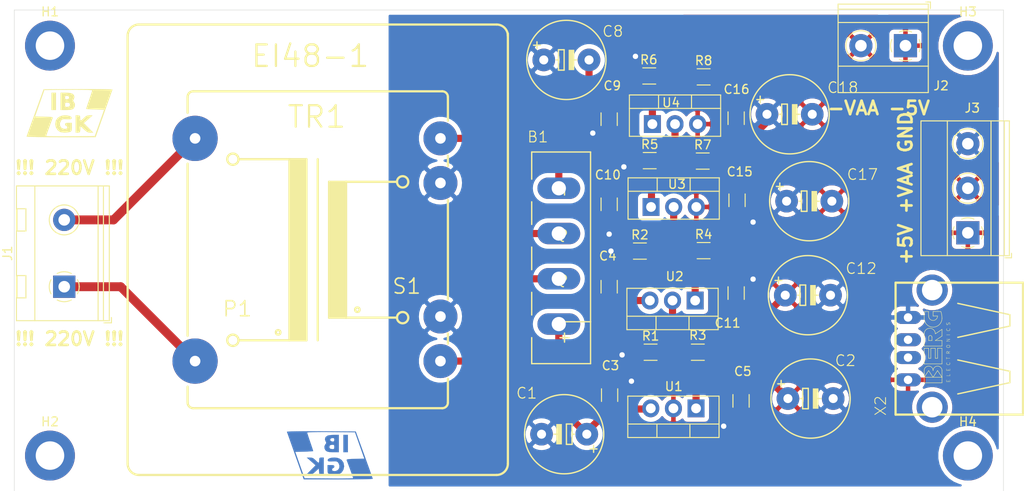
<source format=kicad_pcb>
(kicad_pcb (version 20171130) (host pcbnew 5.1.12-84ad8e8a86~92~ubuntu18.04.1)
  (layers (0 F.Cu signal) (31 B.Cu signal) (34 B.Paste user hide) (35 F.Paste user hide) (36 B.SilkS user hide) (37 F.SilkS user) (38 B.Mask user hide) (39 F.Mask user hide) (44 Edge.Cuts user hide))
  (net 0 "")
  (net 1 GND)
  (net 2 "Net-(B1-PadAC2)")
  (net 3 "Net-(B1-PadAC1)")
  (net 4 +5V)
  (net 5 /AC2)
  (net 6 /AC1)
  (net 7 "Net-(X2-Pad3)")
  (net 8 "Net-(X2-Pad2)")
  (net 9 /VIN+)
  (net 10 /VIN-)
  (net 11 "Net-(R1-Pad2)")
  (net 12 "Net-(R2-Pad2)")
  (net 13 VDC)
  (net 14 -5V)
  (net 15 -VDC)
  (net 16 "Net-(R5-Pad2)")
  (net 17 "Net-(R6-Pad2)")
  (module analog_supply_V1.0:E5-8,5 (layer F.Cu) (at 142 87.7)
    (fp_text reference C18 (at 4.1402 -2.286 -180) (layer F.SilkS) (effects (font (size 1.2065 1.2065) (thickness 0.12065)) (justify left bottom)))
    (fp_text value "RAD LXZ 16/1K0")
    (pad - thru_hole circle (at 2.54 0) (size 2.54 2.54) (drill 1.016) (layers *.Cu *.Mask) (net 15 -VDC))
    (pad + thru_hole circle (at -2.54 0) (size 2.54 2.54) (drill 1.016) (layers *.Cu *.Mask) (net 1 GND))
  )
  (module analog_supply_V1.0:E5-8,5 (layer F.Cu) (at 144.2 97.45)
    (fp_text reference C17 (at 4.1402 -2.286 -180) (layer F.SilkS) (effects (font (size 1.2065 1.2065) (thickness 0.12065)) (justify left bottom)))
    (fp_text value "RAD LXZ 16/1K0")
    (pad - thru_hole circle (at 2.54 0) (size 2.54 2.54) (drill 1.016) (layers *.Cu *.Mask) (net 14 -5V))
    (pad + thru_hole circle (at -2.54 0) (size 2.54 2.54) (drill 1.016) (layers *.Cu *.Mask) (net 1 GND))
  )
  (module analog_supply_V1.0:E5-8,5 (layer F.Cu) (at 144.05 108)
    (fp_text reference C12 (at 4.1402 -2.286 -180) (layer F.SilkS) (effects (font (size 1.2065 1.2065) (thickness 0.12065)) (justify left bottom)))
    (fp_text value "RAD LXZ 16/1K0")
    (pad - thru_hole circle (at 2.54 0) (size 2.54 2.54) (drill 1.016) (layers *.Cu *.Mask) (net 1 GND))
    (pad + thru_hole circle (at -2.54 0) (size 2.54 2.54) (drill 1.016) (layers *.Cu *.Mask) (net 13 VDC))
  )
  (module analog_supply_V1.0:EI48-1 (layer F.Cu) (at 89.05 102.9)
    (fp_text reference TR1 (at -3.55 -13.5) (layer F.SilkS) (effects (font (size 2.413 2.413) (thickness 0.2413)) (justify left bottom)))
    (fp_text value EI48-2)
    (fp_text user EI48-1 (at -7.62 -20.32) (layer F.SilkS) (effects (font (size 2.413 2.413) (thickness 0.254)) (justify left bottom)))
    (fp_text user S1 (at 8.255 5.08) (layer F.SilkS) (effects (font (size 1.6891 1.6891) (thickness 0.1778)) (justify left bottom)))
    (fp_text user P1 (at -10.795 7.62) (layer F.SilkS) (effects (font (size 1.6891 1.6891) (thickness 0.1778)) (justify left bottom)))
    (pad 12 thru_hole circle (at 13.7668 -12.4968) (size 3.81 3.81) (drill 1.1938) (layers *.Cu *.Mask) (net 2 "Net-(B1-PadAC2)"))
    (pad 11 thru_hole circle (at 13.7668 -7.493) (size 3.81 3.81) (drill 1.1938) (layers *.Cu *.Mask) (net 1 GND))
    (pad 8 thru_hole circle (at 13.7668 7.493) (size 3.81 3.81) (drill 1.1938) (layers *.Cu *.Mask) (net 1 GND))
    (pad 7 thru_hole circle (at 13.7668 12.4968) (size 3.81 3.81) (drill 1.1938) (layers *.Cu *.Mask) (net 3 "Net-(B1-PadAC1)"))
    (pad 6 thru_hole circle (at -13.7668 12.4968) (size 5.08 5.08) (drill 1.1938) (layers *.Cu *.Mask) (net 5 /AC2))
    (pad 1 thru_hole circle (at -13.7668 -12.4968) (size 5.08 5.08) (drill 1.1938) (layers *.Cu *.Mask) (net 6 /AC1))
  )
  (module MountingHole:MountingHole_3.2mm_M3_DIN965_Pad (layer F.Cu) (at 162 126)
    (fp_text reference H4 (at 0 -3.8) (layer F.SilkS))
    (fp_text value MountingHole)
    (pad 1 thru_hole circle (at 0 0) (size 5.6 5.6) (drill 3.2) (layers *.Cu *.Mask))
  )
  (module MountingHole:MountingHole_3.2mm_M3_DIN965_Pad (layer F.Cu) (at 162 80)
    (fp_text reference H3 (at 0 -3.8) (layer F.SilkS))
    (fp_text value MountingHole)
    (pad 1 thru_hole circle (at 0 0) (size 5.6 5.6) (drill 3.2) (layers *.Cu *.Mask))
  )
  (module MountingHole:MountingHole_3.2mm_M3_DIN965_Pad (layer F.Cu) (at 59 126)
    (fp_text reference H2 (at 0 -3.8) (layer F.SilkS))
    (fp_text value MountingHole)
    (pad 1 thru_hole circle (at 0 0) (size 5.6 5.6) (drill 3.2) (layers *.Cu *.Mask))
  )
  (module MountingHole:MountingHole_3.2mm_M3_DIN965_Pad (layer F.Cu) (at 59 80)
    (fp_text reference H1 (at 0 -3.8) (layer F.SilkS))
    (fp_text value MountingHole)
    (pad 1 thru_hole circle (at 0 0) (size 5.6 5.6) (drill 3.2) (layers *.Cu *.Mask))
  )
  (module analog_supply_V1.0:PN87520 (layer F.Cu) (at 158 114 90)
    (fp_text reference X2 (at -7.62 -5.08 90) (layer F.SilkS) (effects (font (size 1.2065 1.2065) (thickness 0.09652)) (justify left bottom)))
    (fp_text value PN87520)
    (fp_text user "E L E C T R O N I C S" (at -3.81 2.04 90) (layer F.SilkS) (effects (font (size 0.38608 0.38608) (thickness 0.032512)) (justify left bottom)))
    (pad "" thru_hole circle (at 6.57 0 90) (size 3.5 3.5) (drill 2.3) (layers *.Cu *.Mask))
    (pad "" thru_hole circle (at -6.57 0 90) (size 3.5 3.5) (drill 2.3) (layers *.Cu *.Mask))
    (pad 4 thru_hole oval (at 3.5 -2.71 180) (size 2.916 1.458) (drill 0.95) (layers *.Cu *.Mask) (net 1 GND))
    (pad 1 thru_hole oval (at -3.5 -2.71 180) (size 2.916 1.458) (drill 0.95) (layers *.Cu *.Mask) (net 4 +5V))
    (pad 3 thru_hole oval (at 1 -2.71 180) (size 2.916 1.458) (drill 0.95) (layers *.Cu *.Mask) (net 7 "Net-(X2-Pad3)"))
    (pad 2 thru_hole oval (at -1 -2.71 180) (size 2.916 1.458) (drill 0.95) (layers *.Cu *.Mask) (net 8 "Net-(X2-Pad2)"))
  )
  (module ib_gk-lib:iblogo_Cu (layer B.Cu) (at 90.4 126.3 180)
    (fp_text reference G3 hide)
    (fp_text value LOGO hide)
    (fp_poly (pts (xy 2.514317 3.030525) (xy 3.182137 3.027298) (xy 3.756888 3.021258) (xy 4.222693 3.012616) (xy 4.563672 3.001584) (xy 4.763947 2.988375) (xy 4.812175 2.976345) (xy 4.778057 2.881535) (xy 4.694398 2.646351) (xy 4.568034 2.29009) (xy 4.4058 1.83205) (xy 4.214534 1.291529) (xy 4.001071 0.687825) (xy 3.852333 0.266929) (xy 2.921 -2.369115) (xy -0.9525 -2.369891) (xy -1.743928 -2.368708) (xy -2.48079 -2.365013) (xy -3.146358 -2.359078) (xy -3.723901 -2.351174) (xy -4.19669 -2.341573) (xy -4.547995 -2.330545) (xy -4.761087 -2.318362) (xy -4.821046 -2.307167) (xy -4.79201 -2.215049) (xy -4.711897 -1.982949) (xy -4.587515 -1.630017) (xy -4.425672 -1.175401) (xy -4.233176 -0.638254) (xy -4.018496 -0.042334) (xy -3.875361 -0.042334) (xy -2.86098 -0.066171) (xy -2.432647 -0.078302) (xy -2.147731 -0.093844) (xy -1.980321 -0.11738) (xy -1.904504 -0.153492) (xy -1.89437 -0.206763) (xy -1.903524 -0.235504) (xy -2.004741 -0.500113) (xy -2.128272 -0.831685) (xy -2.261046 -1.193993) (xy -2.389992 -1.550806) (xy -2.502039 -1.865895) (xy -2.584116 -2.103032) (xy -2.623152 -2.225988) (xy -2.624667 -2.234278) (xy -2.543336 -2.246701) (xy -2.312655 -2.256759) (xy -1.952596 -2.264219) (xy -1.483129 -2.268849) (xy -0.924224 -2.270417) (xy -0.295854 -2.268689) (xy 0.102333 -2.266006) (xy 2.829333 -2.243667) (xy 3.354056 -0.762) (xy 3.878779 0.719666) (xy 2.870723 0.743439) (xy 2.480158 0.755842) (xy 2.160065 0.772083) (xy 1.943288 0.790066) (xy 1.862674 0.80769) (xy 1.862666 0.807847) (xy 1.888714 0.898975) (xy 1.959739 1.117776) (xy 2.065061 1.431994) (xy 2.194 1.809377) (xy 2.201333 1.830652) (xy 2.331671 2.21457) (xy 2.438754 2.541259) (xy 2.511782 2.776968) (xy 2.539958 2.887946) (xy 2.54 2.889267) (xy 2.45811 2.908636) (xy 2.223489 2.924422) (xy 1.852707 2.936291) (xy 1.362335 2.943908) (xy 0.768943 2.94694) (xy 0.089102 2.945053) (xy -0.143986 2.943356) (xy -2.827971 2.921) (xy -3.875361 -0.042334) (xy -4.018496 -0.042334) (xy -4.016835 -0.037724) (xy -3.865397 0.381) (xy -2.914703 3.005666) (xy 0.96299 3.027692) (xy 1.769309 3.030727) (xy 2.514317 3.030525)) (layer B.Cu) (width 0.01))
    (fp_poly (pts (xy -0.226478 0.065273) (xy 0.028145 0.001379) (xy 0.19604 -0.102522) (xy 0.237747 -0.23308) (xy 0.196869 -0.314751) (xy 0.088771 -0.354391) (xy -0.125909 -0.360606) (xy -0.308887 -0.352611) (xy -0.604376 -0.343764) (xy -0.782531 -0.366564) (xy -0.89432 -0.434008) (xy -0.963808 -0.519617) (xy -1.085687 -0.807075) (xy -1.068462 -1.079725) (xy -0.929965 -1.298355) (xy -0.688031 -1.423753) (xy -0.545533 -1.439334) (xy -0.343316 -1.419703) (xy -0.262742 -1.343421) (xy -0.254 -1.27) (xy -0.30694 -1.132096) (xy -0.381 -1.100667) (xy -0.484429 -1.030081) (xy -0.508 -0.931334) (xy -0.483072 -0.825514) (xy -0.379559 -0.775474) (xy -0.154371 -0.762065) (xy -0.127 -0.762) (xy 0.254 -0.762) (xy 0.254 -1.229762) (xy 0.246165 -1.503276) (xy 0.209658 -1.657128) (xy 0.124975 -1.740744) (xy 0.036821 -1.780096) (xy -0.245236 -1.840083) (xy -0.594309 -1.853592) (xy -0.921547 -1.820654) (xy -1.067807 -1.779688) (xy -1.341604 -1.584502) (xy -1.532382 -1.279715) (xy -1.608442 -0.917096) (xy -1.608667 -0.896421) (xy -1.542327 -0.503205) (xy -1.338151 -0.205388) (xy -1.099732 -0.04185) (xy -0.831516 0.049535) (xy -0.526731 0.083283) (xy -0.226478 0.065273)) (layer B.Cu) (width 0.01))
    (fp_poly (pts (xy 1.101986 0.068147) (xy 1.17198 -0.015643) (xy 1.185333 -0.211667) (xy 1.202438 -0.40759) (xy 1.244494 -0.505461) (xy 1.253391 -0.508) (xy 1.347338 -0.452019) (xy 1.50989 -0.309613) (xy 1.608666 -0.211667) (xy 1.823508 -0.020151) (xy 2.022242 0.065467) (xy 2.239108 0.081624) (xy 2.582333 0.078582) (xy 1.598331 -0.78935) (xy 2.13022 -1.326008) (xy 2.662108 -1.862667) (xy 2.335355 -1.862667) (xy 2.116918 -1.838874) (xy 1.918778 -1.748337) (xy 1.683653 -1.562317) (xy 1.618134 -1.502834) (xy 1.227666 -1.143) (xy 1.201631 -1.502834) (xy 1.175343 -1.72908) (xy 1.116366 -1.833035) (xy 0.98875 -1.861711) (xy 0.926465 -1.862667) (xy 0.677333 -1.862667) (xy 0.677333 0.084666) (xy 0.931333 0.084666) (xy 1.101986 0.068147)) (layer B.Cu) (width 0.01))
    (fp_poly (pts (xy -1.524 0.677333) (xy -2.032 0.677333) (xy -2.032 2.624666) (xy -1.524 2.624666) (xy -1.524 0.677333)) (layer B.Cu) (width 0.01))
    (fp_poly (pts (xy -0.14752 2.610072) (xy 0.13375 2.572187) (xy 0.285173 2.529679) (xy 0.486531 2.359999) (xy 0.547364 2.12617) (xy 0.468781 1.897872) (xy 0.395336 1.745795) (xy 0.43974 1.631619) (xy 0.482252 1.586033) (xy 0.599066 1.362547) (xy 0.592055 1.10016) (xy 0.466611 0.869416) (xy 0.424536 0.830616) (xy 0.267105 0.742998) (xy 0.037483 0.694778) (xy -0.30807 0.677728) (xy -0.39038 0.677333) (xy -1.016 0.677333) (xy -1.016 1.27) (xy -0.508 1.27) (xy -0.493039 1.090138) (xy -0.413022 1.026517) (xy -0.232834 1.031802) (xy -0.039806 1.072636) (xy 0.03428 1.171927) (xy 0.042333 1.27) (xy 0.013443 1.421269) (xy -0.106348 1.489807) (xy -0.232834 1.508198) (xy -0.421287 1.511974) (xy -0.495435 1.442141) (xy -0.508 1.27) (xy -1.016 1.27) (xy -1.016 2.074333) (xy -0.508 2.074333) (xy -0.484395 1.915511) (xy -0.378211 1.871153) (xy -0.275167 1.878209) (xy -0.093574 1.939873) (xy -0.042334 2.074333) (xy -0.098391 2.212851) (xy -0.275167 2.270457) (xy -0.443894 2.267271) (xy -0.502987 2.17241) (xy -0.508 2.074333) (xy -1.016 2.074333) (xy -1.016 2.624666) (xy -0.469651 2.624666) (xy -0.14752 2.610072)) (layer B.Cu) (width 0.01))
  )
  (module ib_gk-lib:iblogo_Cu (layer F.Cu) (at 151.3 126.5)
    (fp_text reference G2 hide)
    (fp_text value LOGO hide)
    (fp_poly (pts (xy 2.514317 -3.030525) (xy 3.182137 -3.027298) (xy 3.756888 -3.021258) (xy 4.222693 -3.012616) (xy 4.563672 -3.001584) (xy 4.763947 -2.988375) (xy 4.812175 -2.976345) (xy 4.778057 -2.881535) (xy 4.694398 -2.646351) (xy 4.568034 -2.29009) (xy 4.4058 -1.83205) (xy 4.214534 -1.291529) (xy 4.001071 -0.687825) (xy 3.852333 -0.266929) (xy 2.921 2.369115) (xy -0.9525 2.369891) (xy -1.743928 2.368708) (xy -2.48079 2.365013) (xy -3.146358 2.359078) (xy -3.723901 2.351174) (xy -4.19669 2.341573) (xy -4.547995 2.330545) (xy -4.761087 2.318362) (xy -4.821046 2.307167) (xy -4.79201 2.215049) (xy -4.711897 1.982949) (xy -4.587515 1.630017) (xy -4.425672 1.175401) (xy -4.233176 0.638254) (xy -4.018496 0.042334) (xy -3.875361 0.042334) (xy -2.86098 0.066171) (xy -2.432647 0.078302) (xy -2.147731 0.093844) (xy -1.980321 0.11738) (xy -1.904504 0.153492) (xy -1.89437 0.206763) (xy -1.903524 0.235504) (xy -2.004741 0.500113) (xy -2.128272 0.831685) (xy -2.261046 1.193993) (xy -2.389992 1.550806) (xy -2.502039 1.865895) (xy -2.584116 2.103032) (xy -2.623152 2.225988) (xy -2.624667 2.234278) (xy -2.543336 2.246701) (xy -2.312655 2.256759) (xy -1.952596 2.264219) (xy -1.483129 2.268849) (xy -0.924224 2.270417) (xy -0.295854 2.268689) (xy 0.102333 2.266006) (xy 2.829333 2.243667) (xy 3.354056 0.762) (xy 3.878779 -0.719666) (xy 2.870723 -0.743439) (xy 2.480158 -0.755842) (xy 2.160065 -0.772083) (xy 1.943288 -0.790066) (xy 1.862674 -0.80769) (xy 1.862666 -0.807847) (xy 1.888714 -0.898975) (xy 1.959739 -1.117776) (xy 2.065061 -1.431994) (xy 2.194 -1.809377) (xy 2.201333 -1.830652) (xy 2.331671 -2.21457) (xy 2.438754 -2.541259) (xy 2.511782 -2.776968) (xy 2.539958 -2.887946) (xy 2.54 -2.889267) (xy 2.45811 -2.908636) (xy 2.223489 -2.924422) (xy 1.852707 -2.936291) (xy 1.362335 -2.943908) (xy 0.768943 -2.94694) (xy 0.089102 -2.945053) (xy -0.143986 -2.943356) (xy -2.827971 -2.921) (xy -3.875361 0.042334) (xy -4.018496 0.042334) (xy -4.016835 0.037724) (xy -3.865397 -0.381) (xy -2.914703 -3.005666) (xy 0.96299 -3.027692) (xy 1.769309 -3.030727) (xy 2.514317 -3.030525)) (layer F.Cu) (width 0.01))
    (fp_poly (pts (xy -0.226478 -0.065273) (xy 0.028145 -0.001379) (xy 0.19604 0.102522) (xy 0.237747 0.23308) (xy 0.196869 0.314751) (xy 0.088771 0.354391) (xy -0.125909 0.360606) (xy -0.308887 0.352611) (xy -0.604376 0.343764) (xy -0.782531 0.366564) (xy -0.89432 0.434008) (xy -0.963808 0.519617) (xy -1.085687 0.807075) (xy -1.068462 1.079725) (xy -0.929965 1.298355) (xy -0.688031 1.423753) (xy -0.545533 1.439334) (xy -0.343316 1.419703) (xy -0.262742 1.343421) (xy -0.254 1.27) (xy -0.30694 1.132096) (xy -0.381 1.100667) (xy -0.484429 1.030081) (xy -0.508 0.931334) (xy -0.483072 0.825514) (xy -0.379559 0.775474) (xy -0.154371 0.762065) (xy -0.127 0.762) (xy 0.254 0.762) (xy 0.254 1.229762) (xy 0.246165 1.503276) (xy 0.209658 1.657128) (xy 0.124975 1.740744) (xy 0.036821 1.780096) (xy -0.245236 1.840083) (xy -0.594309 1.853592) (xy -0.921547 1.820654) (xy -1.067807 1.779688) (xy -1.341604 1.584502) (xy -1.532382 1.279715) (xy -1.608442 0.917096) (xy -1.608667 0.896421) (xy -1.542327 0.503205) (xy -1.338151 0.205388) (xy -1.099732 0.04185) (xy -0.831516 -0.049535) (xy -0.526731 -0.083283) (xy -0.226478 -0.065273)) (layer F.Cu) (width 0.01))
    (fp_poly (pts (xy 1.101986 -0.068147) (xy 1.17198 0.015643) (xy 1.185333 0.211667) (xy 1.202438 0.40759) (xy 1.244494 0.505461) (xy 1.253391 0.508) (xy 1.347338 0.452019) (xy 1.50989 0.309613) (xy 1.608666 0.211667) (xy 1.823508 0.020151) (xy 2.022242 -0.065467) (xy 2.239108 -0.081624) (xy 2.582333 -0.078582) (xy 1.598331 0.78935) (xy 2.13022 1.326008) (xy 2.662108 1.862667) (xy 2.335355 1.862667) (xy 2.116918 1.838874) (xy 1.918778 1.748337) (xy 1.683653 1.562317) (xy 1.618134 1.502834) (xy 1.227666 1.143) (xy 1.201631 1.502834) (xy 1.175343 1.72908) (xy 1.116366 1.833035) (xy 0.98875 1.861711) (xy 0.926465 1.862667) (xy 0.677333 1.862667) (xy 0.677333 -0.084666) (xy 0.931333 -0.084666) (xy 1.101986 -0.068147)) (layer F.Cu) (width 0.01))
    (fp_poly (pts (xy -1.524 -0.677333) (xy -2.032 -0.677333) (xy -2.032 -2.624666) (xy -1.524 -2.624666) (xy -1.524 -0.677333)) (layer F.Cu) (width 0.01))
    (fp_poly (pts (xy -0.14752 -2.610072) (xy 0.13375 -2.572187) (xy 0.285173 -2.529679) (xy 0.486531 -2.359999) (xy 0.547364 -2.12617) (xy 0.468781 -1.897872) (xy 0.395336 -1.745795) (xy 0.43974 -1.631619) (xy 0.482252 -1.586033) (xy 0.599066 -1.362547) (xy 0.592055 -1.10016) (xy 0.466611 -0.869416) (xy 0.424536 -0.830616) (xy 0.267105 -0.742998) (xy 0.037483 -0.694778) (xy -0.30807 -0.677728) (xy -0.39038 -0.677333) (xy -1.016 -0.677333) (xy -1.016 -1.27) (xy -0.508 -1.27) (xy -0.493039 -1.090138) (xy -0.413022 -1.026517) (xy -0.232834 -1.031802) (xy -0.039806 -1.072636) (xy 0.03428 -1.171927) (xy 0.042333 -1.27) (xy 0.013443 -1.421269) (xy -0.106348 -1.489807) (xy -0.232834 -1.508198) (xy -0.421287 -1.511974) (xy -0.495435 -1.442141) (xy -0.508 -1.27) (xy -1.016 -1.27) (xy -1.016 -2.074333) (xy -0.508 -2.074333) (xy -0.484395 -1.915511) (xy -0.378211 -1.871153) (xy -0.275167 -1.878209) (xy -0.093574 -1.939873) (xy -0.042334 -2.074333) (xy -0.098391 -2.212851) (xy -0.275167 -2.270457) (xy -0.443894 -2.267271) (xy -0.502987 -2.17241) (xy -0.508 -2.074333) (xy -1.016 -2.074333) (xy -1.016 -2.624666) (xy -0.469651 -2.624666) (xy -0.14752 -2.610072)) (layer F.Cu) (width 0.01))
  )
  (module ib_gk-lib:iblogo (layer F.Cu) (at 61.2 87.9)
    (fp_text reference G1 hide)
    (fp_text value LOGO hide)
  )
  (module TerminalBlock_Phoenix:TerminalBlock_Phoenix_MKDS-1,5-3_1x03_P5.00mm_Horizontal (layer F.Cu) (at 162 101 90)
    (fp_text reference J3 (at 14 0.5 180) (layer F.SilkS))
    (fp_text value "AKL 101-3")
    (pad 3 thru_hole circle (at 10 0 90) (size 2.6 2.6) (drill 1.3) (layers *.Cu *.Mask) (net 1 GND))
    (pad 2 thru_hole circle (at 5 0 90) (size 2.6 2.6) (drill 1.3) (layers *.Cu *.Mask) (net 13 VDC))
    (pad 1 thru_hole rect (at 0 0 90) (size 2.6 2.6) (drill 1.3) (layers *.Cu *.Mask) (net 4 +5V))
  )
  (module analog_supply_V1.0:KBU (layer F.Cu) (at 118.64 103.62 90)
    (fp_text reference B1 (at 12.67 -3.64 180) (layer F.SilkS) (effects (font (size 1.2065 1.2065) (thickness 0.12065)) (justify right bottom)))
    (fp_text value KBU4G)
    (pad - thru_hole oval (at 7.62 -2.54 180) (size 4.8006 2.4003) (drill 1.6002) (layers *.Cu *.Mask) (net 10 /VIN-))
    (pad AC2 thru_hole oval (at 2.54 -2.54 180) (size 4.8006 2.4003) (drill 1.6002) (layers *.Cu *.Mask) (net 2 "Net-(B1-PadAC2)"))
    (pad AC1 thru_hole oval (at -2.54 -2.54 180) (size 4.8006 2.4003) (drill 1.6002) (layers *.Cu *.Mask) (net 3 "Net-(B1-PadAC1)"))
    (pad + thru_hole oval (at -7.62 -2.54 180) (size 4.8006 2.4003) (drill 1.6002) (layers *.Cu *.Mask) (net 9 /VIN+))
  )
  (module TerminalBlock_Phoenix:TerminalBlock_Phoenix_MKDS-1,5-2_1x02_P5.00mm_Horizontal (layer F.Cu) (at 155 80 180)
    (fp_text reference J2 (at -4 -4.5) (layer F.SilkS))
    (fp_text value "AKL 101-2")
    (pad 2 thru_hole circle (at 5 0 180) (size 2.6 2.6) (drill 1.3) (layers *.Cu *.Mask) (net 15 -VDC))
    (pad 1 thru_hole rect (at 0 0 180) (size 2.6 2.6) (drill 1.3) (layers *.Cu *.Mask) (net 14 -5V))
  )
  (module Capacitor_SMD:C_1206_3216Metric_Pad1.33x1.80mm_HandSolder (layer F.Cu) (at 136 88.1375 90)
    (fp_text reference C16 (at 3.2375 0.05) (layer F.SilkS))
    (fp_text value "X7R-G1206 100N")
    (pad 2 smd roundrect (at 1.5625 0 90) (size 1.325 1.8) (layers F.Cu F.Paste F.Mask) (roundrect_rratio 0.188679) (net 15 -VDC))
    (pad 1 smd roundrect (at -1.5625 0 90) (size 1.325 1.8) (layers F.Cu F.Paste F.Mask) (roundrect_rratio 0.188679) (net 1 GND))
  )
  (module Capacitor_SMD:C_1206_3216Metric_Pad1.33x1.80mm_HandSolder (layer F.Cu) (at 136.1 97.35 90)
    (fp_text reference C15 (at 3.2 0.3 180) (layer F.SilkS))
    (fp_text value "X7R-G1206 100N")
    (pad 2 smd roundrect (at 1.5625 0 90) (size 1.325 1.8) (layers F.Cu F.Paste F.Mask) (roundrect_rratio 0.188679) (net 14 -5V))
    (pad 1 smd roundrect (at -1.5625 0 90) (size 1.325 1.8) (layers F.Cu F.Paste F.Mask) (roundrect_rratio 0.188679) (net 1 GND))
  )
  (module Capacitor_SMD:C_1206_3216Metric_Pad1.33x1.80mm_HandSolder (layer F.Cu) (at 136 107.7625 90)
    (fp_text reference C11 (at -3.3625 -0.95 180) (layer F.SilkS))
    (fp_text value "X7R-G1206 100N")
    (pad 2 smd roundrect (at 1.5625 0 90) (size 1.325 1.8) (layers F.Cu F.Paste F.Mask) (roundrect_rratio 0.188679) (net 1 GND))
    (pad 1 smd roundrect (at -1.5625 0 90) (size 1.325 1.8) (layers F.Cu F.Paste F.Mask) (roundrect_rratio 0.188679) (net 13 VDC))
  )
  (module Capacitor_SMD:C_1206_3216Metric_Pad1.33x1.80mm_HandSolder (layer F.Cu) (at 121.75 97.8 90)
    (fp_text reference C10 (at 3.3 -0.15) (layer F.SilkS))
    (fp_text value "X7R-G1206 100N")
    (pad 2 smd roundrect (at 1.5625 0 90) (size 1.325 1.8) (layers F.Cu F.Paste F.Mask) (roundrect_rratio 0.188679) (net 10 /VIN-))
    (pad 1 smd roundrect (at -1.5625 0 90) (size 1.325 1.8) (layers F.Cu F.Paste F.Mask) (roundrect_rratio 0.188679) (net 1 GND))
  )
  (module Capacitor_SMD:C_1206_3216Metric_Pad1.33x1.80mm_HandSolder (layer F.Cu) (at 121.75 88.25 90)
    (fp_text reference C9 (at 3.75 0.35 180) (layer F.SilkS))
    (fp_text value "X7R-G1206 100N")
    (pad 2 smd roundrect (at 1.5625 0 90) (size 1.325 1.8) (layers F.Cu F.Paste F.Mask) (roundrect_rratio 0.188679) (net 10 /VIN-))
    (pad 1 smd roundrect (at -1.5625 0 90) (size 1.325 1.8) (layers F.Cu F.Paste F.Mask) (roundrect_rratio 0.188679) (net 1 GND))
  )
  (module Capacitor_SMD:C_1206_3216Metric_Pad1.33x1.80mm_HandSolder (layer F.Cu) (at 136.55 119.8625 270)
    (fp_text reference C5 (at -3.3125 -0.2 180) (layer F.SilkS))
    (fp_text value "X7R-G1206 100N")
    (pad 2 smd roundrect (at 1.5625 0 270) (size 1.325 1.8) (layers F.Cu F.Paste F.Mask) (roundrect_rratio 0.188679) (net 1 GND))
    (pad 1 smd roundrect (at -1.5625 0 270) (size 1.325 1.8) (layers F.Cu F.Paste F.Mask) (roundrect_rratio 0.188679) (net 4 +5V))
  )
  (module Capacitor_SMD:C_1206_3216Metric_Pad1.33x1.80mm_HandSolder (layer F.Cu) (at 121.75 107.05 90)
    (fp_text reference C4 (at 3.45 -0.15 180) (layer F.SilkS))
    (fp_text value "X7R-G1206 100N")
    (pad 2 smd roundrect (at 1.5625 0 90) (size 1.325 1.8) (layers F.Cu F.Paste F.Mask) (roundrect_rratio 0.188679) (net 1 GND))
    (pad 1 smd roundrect (at -1.5625 0 90) (size 1.325 1.8) (layers F.Cu F.Paste F.Mask) (roundrect_rratio 0.188679) (net 9 /VIN+))
  )
  (module Capacitor_SMD:C_1206_3216Metric_Pad1.33x1.80mm_HandSolder (layer F.Cu) (at 121.8 119.2125 90)
    (fp_text reference C3 (at 3.3125 0.1 180) (layer F.SilkS))
    (fp_text value "X7R-G1206 100N")
    (pad 2 smd roundrect (at 1.5625 0 90) (size 1.325 1.8) (layers F.Cu F.Paste F.Mask) (roundrect_rratio 0.188679) (net 1 GND))
    (pad 1 smd roundrect (at -1.5625 0 90) (size 1.325 1.8) (layers F.Cu F.Paste F.Mask) (roundrect_rratio 0.188679) (net 9 /VIN+))
  )
  (module Package_TO_SOT_THT:TO-220-3_Vertical (layer F.Cu) (at 126.6 88.8)
    (fp_text reference U4 (at 2.1 -2.4) (layer F.SilkS))
    (fp_text value LM337_TO220)
    (pad 3 thru_hole oval (at 5.08 0) (size 1.905 2) (drill 1.1) (layers *.Cu *.Mask) (net 15 -VDC))
    (pad 2 thru_hole oval (at 2.54 0) (size 1.905 2) (drill 1.1) (layers *.Cu *.Mask) (net 10 /VIN-))
    (pad 1 thru_hole rect (at 0 0) (size 1.905 2) (drill 1.1) (layers *.Cu *.Mask) (net 17 "Net-(R6-Pad2)"))
  )
  (module Package_TO_SOT_THT:TO-220-3_Vertical (layer F.Cu) (at 126.45 98.1)
    (fp_text reference U3 (at 2.9 -2.55) (layer F.SilkS))
    (fp_text value LM337_TO220)
    (pad 3 thru_hole oval (at 5.08 0) (size 1.905 2) (drill 1.1) (layers *.Cu *.Mask) (net 14 -5V))
    (pad 2 thru_hole oval (at 2.54 0) (size 1.905 2) (drill 1.1) (layers *.Cu *.Mask) (net 10 /VIN-))
    (pad 1 thru_hole rect (at 0 0) (size 1.905 2) (drill 1.1) (layers *.Cu *.Mask) (net 16 "Net-(R5-Pad2)"))
  )
  (module Resistor_SMD:R_1206_3216Metric_Pad1.30x1.75mm_HandSolder (layer F.Cu) (at 132.35 83.5)
    (fp_text reference R8 (at 0 -1.82) (layer F.SilkS))
    (fp_text value 240R)
    (pad 2 smd roundrect (at 1.55 0) (size 1.3 1.75) (layers F.Cu F.Paste F.Mask) (roundrect_rratio 0.192308) (net 15 -VDC))
    (pad 1 smd roundrect (at -1.55 0) (size 1.3 1.75) (layers F.Cu F.Paste F.Mask) (roundrect_rratio 0.192308) (net 17 "Net-(R6-Pad2)"))
  )
  (module Resistor_SMD:R_1206_3216Metric_Pad1.30x1.75mm_HandSolder (layer F.Cu) (at 132.25 92.95)
    (fp_text reference R7 (at 0 -1.82) (layer F.SilkS))
    (fp_text value 240R)
    (pad 2 smd roundrect (at 1.55 0) (size 1.3 1.75) (layers F.Cu F.Paste F.Mask) (roundrect_rratio 0.192308) (net 14 -5V))
    (pad 1 smd roundrect (at -1.55 0) (size 1.3 1.75) (layers F.Cu F.Paste F.Mask) (roundrect_rratio 0.192308) (net 16 "Net-(R5-Pad2)"))
  )
  (module Resistor_SMD:R_1206_3216Metric_Pad1.30x1.75mm_HandSolder (layer F.Cu) (at 126.25 83.4)
    (fp_text reference R6 (at -0.05 -1.82) (layer F.SilkS))
    (fp_text value 2K2)
    (pad 2 smd roundrect (at 1.55 0) (size 1.3 1.75) (layers F.Cu F.Paste F.Mask) (roundrect_rratio 0.192308) (net 17 "Net-(R6-Pad2)"))
    (pad 1 smd roundrect (at -1.55 0) (size 1.3 1.75) (layers F.Cu F.Paste F.Mask) (roundrect_rratio 0.192308) (net 1 GND))
  )
  (module Resistor_SMD:R_1206_3216Metric_Pad1.30x1.75mm_HandSolder (layer F.Cu) (at 126.3 92.9)
    (fp_text reference R5 (at 0 -1.82) (layer F.SilkS))
    (fp_text value 750R)
    (pad 2 smd roundrect (at 1.55 0) (size 1.3 1.75) (layers F.Cu F.Paste F.Mask) (roundrect_rratio 0.192308) (net 16 "Net-(R5-Pad2)"))
    (pad 1 smd roundrect (at -1.55 0) (size 1.3 1.75) (layers F.Cu F.Paste F.Mask) (roundrect_rratio 0.192308) (net 1 GND))
  )
  (module TerminalBlock_RND:TerminalBlock_RND_205-00067_1x02_P7.50mm_Horizontal (layer F.Cu) (at 60.6 107.05 90)
    (fp_text reference J1 (at 3.75 -6.36 90) (layer F.SilkS))
    (fp_text value "AKL 171-2")
    (pad 2 thru_hole circle (at 7.5 0 90) (size 2.5 2.5) (drill 1.3) (layers *.Cu *.Mask) (net 6 /AC1))
    (pad 1 thru_hole rect (at 0 0 90) (size 2.5 2.5) (drill 1.3) (layers *.Cu *.Mask) (net 5 /AC2))
  )
  (module Package_TO_SOT_THT:TO-220-3_Vertical (layer F.Cu) (at 131.4 108.6 180)
    (fp_text reference U2 (at 2.3 2.7) (layer F.SilkS))
    (fp_text value LM317_TO-220)
    (pad 3 thru_hole oval (at 5.08 0 180) (size 1.905 2) (drill 1.1) (layers *.Cu *.Mask) (net 9 /VIN+))
    (pad 2 thru_hole oval (at 2.54 0 180) (size 1.905 2) (drill 1.1) (layers *.Cu *.Mask) (net 13 VDC))
    (pad 1 thru_hole rect (at 0 0 180) (size 1.905 2) (drill 1.1) (layers *.Cu *.Mask) (net 12 "Net-(R2-Pad2)"))
  )
  (module Package_TO_SOT_THT:TO-220-3_Vertical (layer F.Cu) (at 131.5 120.7 180)
    (fp_text reference U1 (at 2.5 2.45) (layer F.SilkS))
    (fp_text value LM317_TO-220)
    (pad 3 thru_hole oval (at 5.08 0 180) (size 1.905 2) (drill 1.1) (layers *.Cu *.Mask) (net 9 /VIN+))
    (pad 2 thru_hole oval (at 2.54 0 180) (size 1.905 2) (drill 1.1) (layers *.Cu *.Mask) (net 4 +5V))
    (pad 1 thru_hole rect (at 0 0 180) (size 1.905 2) (drill 1.1) (layers *.Cu *.Mask) (net 11 "Net-(R1-Pad2)"))
  )
  (module Resistor_SMD:R_1206_3216Metric_Pad1.30x1.75mm_HandSolder (layer F.Cu) (at 132.35 103)
    (fp_text reference R4 (at 0 -1.82) (layer F.SilkS))
    (fp_text value 240R)
    (pad 2 smd roundrect (at 1.55 0) (size 1.3 1.75) (layers F.Cu F.Paste F.Mask) (roundrect_rratio 0.192308) (net 13 VDC))
    (pad 1 smd roundrect (at -1.55 0) (size 1.3 1.75) (layers F.Cu F.Paste F.Mask) (roundrect_rratio 0.192308) (net 12 "Net-(R2-Pad2)"))
  )
  (module Resistor_SMD:R_1206_3216Metric_Pad1.30x1.75mm_HandSolder (layer F.Cu) (at 131.7 114.4)
    (fp_text reference R3 (at 0 -1.9) (layer F.SilkS))
    (fp_text value 240R)
    (pad 2 smd roundrect (at 1.55 0) (size 1.3 1.75) (layers F.Cu F.Paste F.Mask) (roundrect_rratio 0.192308) (net 4 +5V))
    (pad 1 smd roundrect (at -1.55 0) (size 1.3 1.75) (layers F.Cu F.Paste F.Mask) (roundrect_rratio 0.192308) (net 11 "Net-(R1-Pad2)"))
  )
  (module Resistor_SMD:R_1206_3216Metric_Pad1.30x1.75mm_HandSolder (layer F.Cu) (at 125.2 103.05)
    (fp_text reference R2 (at 0 -1.82) (layer F.SilkS))
    (fp_text value 2K2)
    (pad 2 smd roundrect (at 1.55 0) (size 1.3 1.75) (layers F.Cu F.Paste F.Mask) (roundrect_rratio 0.192308) (net 12 "Net-(R2-Pad2)"))
    (pad 1 smd roundrect (at -1.55 0) (size 1.3 1.75) (layers F.Cu F.Paste F.Mask) (roundrect_rratio 0.192308) (net 1 GND))
  )
  (module Resistor_SMD:R_1206_3216Metric_Pad1.30x1.75mm_HandSolder (layer F.Cu) (at 126.4 114.4)
    (fp_text reference R1 (at 0 -1.82) (layer F.SilkS))
    (fp_text value 750R)
    (pad 2 smd roundrect (at 1.55 0) (size 1.3 1.75) (layers F.Cu F.Paste F.Mask) (roundrect_rratio 0.192308) (net 11 "Net-(R1-Pad2)"))
    (pad 1 smd roundrect (at -1.55 0) (size 1.3 1.75) (layers F.Cu F.Paste F.Mask) (roundrect_rratio 0.192308) (net 1 GND))
  )
  (module analog_supply_V1.0:E5-8,5 (layer F.Cu) (at 116.95 81.6)
    (fp_text reference C8 (at 3.95 -2.5 -180) (layer F.SilkS) (effects (font (size 1.2065 1.2065) (thickness 0.12065)) (justify left bottom)))
    (fp_text value "RAD FC 470/35")
    (pad - thru_hole circle (at 2.54 0) (size 2.54 2.54) (drill 1.016) (layers *.Cu *.Mask) (net 10 /VIN-))
    (pad + thru_hole circle (at -2.54 0) (size 2.54 2.54) (drill 1.016) (layers *.Cu *.Mask) (net 1 GND))
  )
  (module analog_supply_V1.0:E5-8,5 (layer F.Cu) (at 144.35 119.6)
    (fp_text reference C2 (at 2.65 -3.55 -180) (layer F.SilkS) (effects (font (size 1.2065 1.2065) (thickness 0.12065)) (justify left bottom)))
    (fp_text value "RAD LXZ 16/1K0")
    (pad - thru_hole circle (at 2.54 0) (size 2.54 2.54) (drill 1.016) (layers *.Cu *.Mask) (net 1 GND))
    (pad + thru_hole circle (at -2.54 0) (size 2.54 2.54) (drill 1.016) (layers *.Cu *.Mask) (net 4 +5V))
  )
  (module analog_supply_V1.0:E5-8,5 (layer F.Cu) (at 116.7 123.6 180)
    (fp_text reference C1 (at 2.95 3.9 180) (layer F.SilkS) (effects (font (size 1.2065 1.2065) (thickness 0.12065)) (justify right bottom)))
    (fp_text value "RAD FC 470/35")
    (pad - thru_hole circle (at 2.54 0 180) (size 2.54 2.54) (drill 1.016) (layers *.Cu *.Mask) (net 1 GND))
    (pad + thru_hole circle (at -2.54 0 180) (size 2.54 2.54) (drill 1.016) (layers *.Cu *.Mask) (net 9 /VIN+))
  )
  (gr_text "!!! 220V !!!" (at 61.2 112.9) (layer F.SilkS) (effects (font (size 1.5 1.5) (thickness 0.3))))
  (gr_text "!!! 220V !!!" (at 61.2 93.7) (layer F.SilkS) (effects (font (size 1.5 1.5) (thickness 0.3))))
  (gr_text "-VAA -5V" (at 152 87) (layer F.SilkS) (effects (font (size 1.5 1.5) (thickness 0.3))))
  (gr_text "+5V +VAA GND" (at 155 96 90) (layer F.SilkS) (effects (font (size 1.5 1.5) (thickness 0.3))))
  (gr_line (start 55 130) (end 55 76) (layer Edge.Cuts) (width 0.05))
  (gr_line (start 166 130) (end 55 130) (layer Edge.Cuts) (width 0.05))
  (gr_line (start 166 76) (end 166 130) (layer Edge.Cuts) (width 0.05))
  (gr_line (start 55 76) (end 166 76) (layer Edge.Cuts) (width 0.05))
  (segment (start 139.46 87.7) (end 139.46 88.54) (width 0.8) (layer F.Cu) (net 1))
  (segment (start 138.3 89.7) (end 136 89.7) (width 0.8) (layer F.Cu) (net 1))
  (segment (start 139.46 88.54) (end 138.3 89.7) (width 0.8) (layer F.Cu) (net 1))
  (segment (start 124.7 83.4) (end 124.7 81.2) (width 0.8) (layer F.Cu) (net 1))
  (via (at 124.7 81.2) (size 1) (drill 0.6) (layers F.Cu B.Cu) (net 1))
  (segment (start 121.75 89.8125) (end 119.9125 89.8125) (width 0.8) (layer F.Cu) (net 1))
  (via (at 119.9125 89.8125) (size 1) (drill 0.6) (layers F.Cu B.Cu) (net 1))
  (segment (start 124.75 92.9) (end 124.1 92.9) (width 0.8) (layer F.Cu) (net 1))
  (via (at 123.4 93.6) (size 1) (drill 0.6) (layers F.Cu B.Cu) (net 1))
  (segment (start 124.1 92.9) (end 123.4 93.6) (width 0.8) (layer F.Cu) (net 1))
  (segment (start 123.65 103.05) (end 121.95 103.05) (width 0.8) (layer F.Cu) (net 1))
  (via (at 121.95 103.05) (size 1) (drill 0.6) (layers F.Cu B.Cu) (net 1))
  (segment (start 121.75 103.25) (end 121.95 103.05) (width 0.8) (layer F.Cu) (net 1))
  (segment (start 121.75 105.4875) (end 121.75 103.25) (width 0.8) (layer F.Cu) (net 1))
  (segment (start 121.75 99.3625) (end 121.75 101.15) (width 0.8) (layer F.Cu) (net 1))
  (via (at 121.75 101.15) (size 1) (drill 0.6) (layers F.Cu B.Cu) (net 1))
  (segment (start 124.85 114.4) (end 123.5 114.4) (width 0.8) (layer F.Cu) (net 1))
  (via (at 123.2 114.7) (size 1) (drill 0.6) (layers F.Cu B.Cu) (net 1))
  (segment (start 123.5 114.4) (end 123.2 114.7) (width 0.8) (layer F.Cu) (net 1))
  (segment (start 121.8 117.65) (end 124.25 117.65) (width 0.8) (layer F.Cu) (net 1))
  (via (at 124.25 117.65) (size 1) (drill 0.6) (layers F.Cu B.Cu) (net 1))
  (segment (start 136.55 121.425) (end 135.875 121.425) (width 0.8) (layer F.Cu) (net 1))
  (via (at 134.6 122.7) (size 1) (drill 0.6) (layers F.Cu B.Cu) (net 1))
  (segment (start 135.875 121.425) (end 134.6 122.7) (width 0.8) (layer F.Cu) (net 1))
  (segment (start 136.1 98.9125) (end 137.0125 98.9125) (width 0.8) (layer F.Cu) (net 1))
  (via (at 137.9 99.8) (size 1) (drill 0.6) (layers F.Cu B.Cu) (net 1))
  (segment (start 137.0125 98.9125) (end 137.9 99.8) (width 0.8) (layer F.Cu) (net 1))
  (via (at 137.9 106.2) (size 1) (drill 0.6) (layers F.Cu B.Cu) (net 1))
  (segment (start 136 106.2) (end 137.9 106.2) (width 0.8) (layer F.Cu) (net 1))
  (segment (start 102.8168 90.4032) (end 106.4032 90.4032) (width 0.8) (layer F.Cu) (net 2))
  (segment (start 106.4032 90.4032) (end 109 93) (width 0.8) (layer F.Cu) (net 2))
  (segment (start 109 93) (end 109 100) (width 0.8) (layer F.Cu) (net 2))
  (segment (start 110.08 101.08) (end 116.1 101.08) (width 0.8) (layer F.Cu) (net 2))
  (segment (start 109 100) (end 110.08 101.08) (width 0.8) (layer F.Cu) (net 2))
  (segment (start 116.1 106.16) (end 110.84 106.16) (width 0.8) (layer F.Cu) (net 3))
  (segment (start 110.84 106.16) (end 109 108) (width 0.8) (layer F.Cu) (net 3))
  (segment (start 109 108) (end 109 113) (width 0.8) (layer F.Cu) (net 3))
  (segment (start 106.6032 115.3968) (end 102.8168 115.3968) (width 0.8) (layer F.Cu) (net 3))
  (segment (start 109 113) (end 106.6032 115.3968) (width 0.8) (layer F.Cu) (net 3))
  (segment (start 140.51 118.3) (end 141.81 119.6) (width 0.8) (layer F.Cu) (net 4))
  (segment (start 136.55 118.3) (end 140.51 118.3) (width 0.8) (layer F.Cu) (net 4))
  (segment (start 66.9364 107.05) (end 75.2832 115.3968) (width 1) (layer F.Cu) (net 5))
  (segment (start 60.6 107.05) (end 66.9364 107.05) (width 1) (layer F.Cu) (net 5))
  (segment (start 66.1364 99.55) (end 75.2832 90.4032) (width 1) (layer F.Cu) (net 6))
  (segment (start 60.6 99.55) (end 66.1364 99.55) (width 1) (layer F.Cu) (net 6))
  (segment (start 116.1 120.46) (end 119.24 123.6) (width 0.8) (layer F.Cu) (net 9))
  (segment (start 116.1 111.24) (end 116.1 120.46) (width 0.8) (layer F.Cu) (net 9))
  (segment (start 119.24 123.335) (end 121.8 120.775) (width 0.8) (layer F.Cu) (net 9))
  (segment (start 119.24 123.6) (end 119.24 123.335) (width 0.8) (layer F.Cu) (net 9))
  (segment (start 126.345 120.775) (end 126.42 120.7) (width 0.8) (layer F.Cu) (net 9))
  (segment (start 121.8 120.775) (end 126.345 120.775) (width 0.8) (layer F.Cu) (net 9))
  (segment (start 121.8 120.775) (end 121.175 120.775) (width 0.8) (layer F.Cu) (net 9))
  (segment (start 121.175 120.775) (end 118.9 118.5) (width 0.8) (layer F.Cu) (net 9))
  (segment (start 118.9 118.5) (end 118.9 115.3) (width 0.8) (layer F.Cu) (net 9))
  (segment (start 121.75 112.45) (end 121.75 108.6125) (width 0.8) (layer F.Cu) (net 9))
  (segment (start 118.9 115.3) (end 121.75 112.45) (width 0.8) (layer F.Cu) (net 9))
  (segment (start 121.7625 108.6) (end 121.75 108.6125) (width 0.8) (layer F.Cu) (net 9))
  (segment (start 126.32 108.6) (end 121.7625 108.6) (width 0.8) (layer F.Cu) (net 9))
  (segment (start 116.1 96) (end 116.1 87.5) (width 0.8) (layer F.Cu) (net 10))
  (segment (start 119.49 84.11) (end 119.49 81.6) (width 0.8) (layer F.Cu) (net 10))
  (segment (start 116.1 87.5) (end 119.49 84.11) (width 0.8) (layer F.Cu) (net 10))
  (segment (start 119.49 86.19) (end 119.49 84.11) (width 0.8) (layer F.Cu) (net 10))
  (segment (start 119.9875 86.6875) (end 119.49 86.19) (width 0.8) (layer F.Cu) (net 10))
  (segment (start 121.75 86.6875) (end 119.9875 86.6875) (width 0.8) (layer F.Cu) (net 10))
  (segment (start 121.75 86.6875) (end 123.4875 86.6875) (width 0.8) (layer F.Cu) (net 10))
  (segment (start 123.4875 86.6875) (end 124 87.2) (width 0.8) (layer F.Cu) (net 10))
  (segment (start 124 87.2) (end 124 90.3) (width 0.8) (layer F.Cu) (net 10))
  (segment (start 124 90.3) (end 124.8 91.1) (width 0.8) (layer F.Cu) (net 10))
  (segment (start 124.8 91.1) (end 128.8 91.1) (width 0.8) (layer F.Cu) (net 10))
  (segment (start 129.14 90.76) (end 129.14 88.8) (width 0.8) (layer F.Cu) (net 10))
  (segment (start 128.8 91.1) (end 129.14 90.76) (width 0.8) (layer F.Cu) (net 10))
  (segment (start 121.5125 96) (end 121.75 96.2375) (width 0.8) (layer F.Cu) (net 10))
  (segment (start 121.75 92.55) (end 124 90.3) (width 0.8) (layer F.Cu) (net 10))
  (segment (start 121.75 96.2375) (end 121.75 92.55) (width 0.8) (layer F.Cu) (net 10))
  (segment (start 128.3 100.9) (end 125.275 100.9) (width 0.8) (layer F.Cu) (net 10))
  (segment (start 128.99 100.21) (end 128.3 100.9) (width 0.8) (layer F.Cu) (net 10))
  (segment (start 128.99 98.1) (end 128.99 100.21) (width 0.8) (layer F.Cu) (net 10))
  (segment (start 121.75 96.2375) (end 123.0375 96.2375) (width 0.8) (layer F.Cu) (net 10))
  (segment (start 123.7875 96.9875) (end 123.7875 99.4125) (width 0.8) (layer F.Cu) (net 10))
  (segment (start 123.0375 96.2375) (end 123.7875 96.9875) (width 0.8) (layer F.Cu) (net 10))
  (segment (start 125.275 100.9) (end 123.7875 99.4125) (width 0.8) (layer F.Cu) (net 10))
  (segment (start 127.95 114.4) (end 130.15 114.4) (width 0.8) (layer F.Cu) (net 11))
  (segment (start 130.15 114.4) (end 130.15 116.35) (width 0.8) (layer F.Cu) (net 11))
  (segment (start 131.5 117.7) (end 131.5 120.7) (width 0.8) (layer F.Cu) (net 11))
  (segment (start 130.15 116.35) (end 131.5 117.7) (width 0.8) (layer F.Cu) (net 11))
  (segment (start 130.75 103.05) (end 130.8 103) (width 0.8) (layer F.Cu) (net 12))
  (segment (start 126.75 103.05) (end 130.75 103.05) (width 0.8) (layer F.Cu) (net 12))
  (segment (start 131.4 103.6) (end 130.8 103) (width 0.8) (layer F.Cu) (net 12))
  (segment (start 131.4 108.6) (end 131.4 103.6) (width 0.8) (layer F.Cu) (net 12))
  (segment (start 128.86 108.6) (end 128.86 110.86) (width 0.8) (layer F.Cu) (net 13))
  (segment (start 128.86 110.86) (end 129.5 111.5) (width 0.8) (layer F.Cu) (net 13))
  (segment (start 138.01 111.5) (end 141.51 108) (width 0.8) (layer F.Cu) (net 13))
  (segment (start 136 109.325) (end 136 111.5) (width 0.8) (layer F.Cu) (net 13))
  (segment (start 136 111.5) (end 138.01 111.5) (width 0.8) (layer F.Cu) (net 13))
  (segment (start 129.5 111.5) (end 136 111.5) (width 0.8) (layer F.Cu) (net 13))
  (segment (start 127.9 92.95) (end 127.85 92.9) (width 0.8) (layer F.Cu) (net 16))
  (segment (start 130.7 92.95) (end 127.9 92.95) (width 0.8) (layer F.Cu) (net 16))
  (segment (start 127.85 92.9) (end 127.85 93.65) (width 0.8) (layer F.Cu) (net 16))
  (segment (start 127.85 93.65) (end 126.5 95) (width 0.8) (layer F.Cu) (net 16))
  (segment (start 126.5 98.05) (end 126.45 98.1) (width 0.8) (layer F.Cu) (net 16))
  (segment (start 126.5 95) (end 126.5 98.05) (width 0.8) (layer F.Cu) (net 16))
  (segment (start 126.6 84.6) (end 127.8 83.4) (width 0.8) (layer F.Cu) (net 17))
  (segment (start 126.6 88.8) (end 126.6 84.6) (width 0.8) (layer F.Cu) (net 17))
  (segment (start 130.7 83.4) (end 130.8 83.5) (width 0.8) (layer F.Cu) (net 17))
  (segment (start 127.8 83.4) (end 130.7 83.4) (width 0.8) (layer F.Cu) (net 17))
  (zone (net 1) (net_name GND) (layer B.Cu) (connect_pads (clearance 0.508)) (min_thickness 0.254) (fill yes (arc_segments 32) (thermal_gap 0.508) (thermal_bridge_width 0.508))
    (polygon (pts (xy 166 130) (xy 97 130) (xy 97 76) (xy 166 76)))
  )
  (zone (net 15) (net_name -VDC) (layer F.Cu) (connect_pads (clearance 0.508)) (min_thickness 0.254) (fill yes (arc_segments 32) (thermal_gap 0.508) (thermal_bridge_width 0.508))
    (polygon (pts (xy 152 83) (xy 147 83) (xy 147 91) (xy 130 91) (xy 130 76) (xy 152 76)))
  )
  (zone (net 14) (net_name -5V) (layer F.Cu) (connect_pads (clearance 0.508)) (min_thickness 0.254) (fill yes (arc_segments 32) (thermal_gap 0.508) (thermal_bridge_width 0.508))
    (polygon (pts (xy 166 87) (xy 151 87) (xy 151 101) (xy 130 101) (xy 130 92) (xy 148 92) (xy 148 84) (xy 153 84) (xy 153 76) (xy 166 76)))
  )
  (zone (net 13) (net_name VDC) (layer F.Cu) (connect_pads (clearance 0.508)) (min_thickness 0.254) (fill yes (arc_segments 32) (thermal_gap 0.508) (thermal_bridge_width 0.508))
    (polygon (pts (xy 166 98) (xy 154 98) (xy 154 104) (xy 145 104) (xy 145 112) (xy 130 112) (xy 130 102) (xy 152 102) (xy 152 93) (xy 166 93)))
  )
  (zone (net 4) (net_name +5V) (layer F.Cu) (connect_pads (clearance 0.508)) (min_thickness 0.254) (fill yes (arc_segments 32) (thermal_gap 0.508) (thermal_bridge_width 0.508))
    (polygon (pts (xy 165.5 122) (xy 143 122) (xy 140 125) (xy 127 125) (xy 127 113) (xy 149 113) (xy 149 105.5) (xy 155 105.5) (xy 155 99) (xy 165.5 99)))
  )
)
</source>
